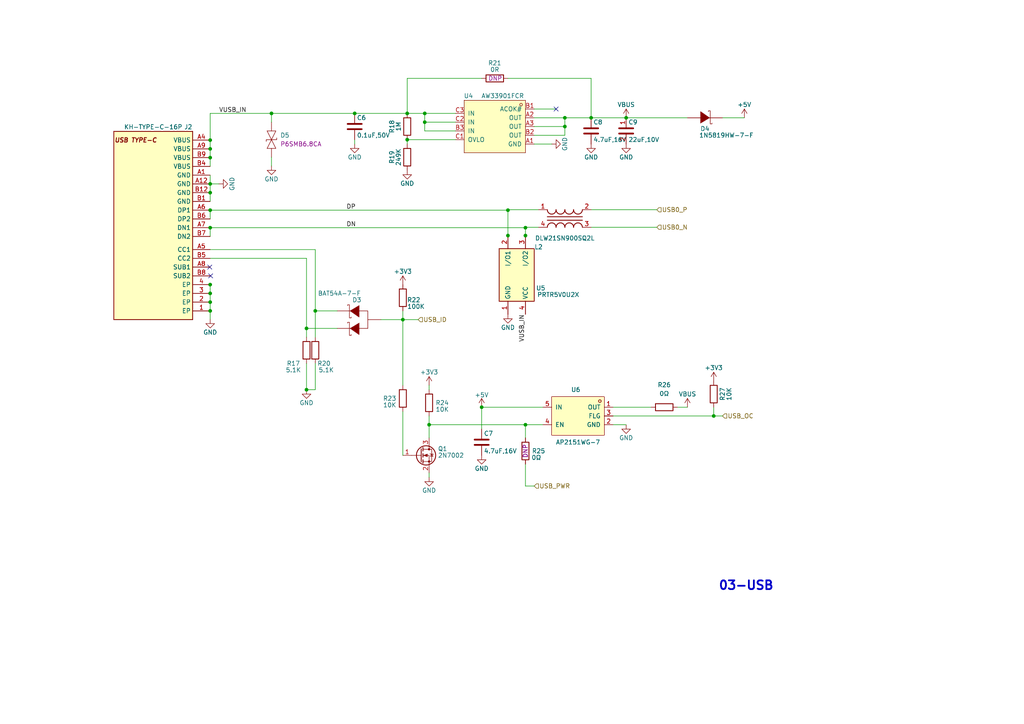
<source format=kicad_sch>
(kicad_sch (version 20230121) (generator eeschema)
  (paper "A4")
  (lib_symbols
    (symbol "00_HPM_power:+3V3" (power) (pin_names (offset 0))
      (property "Value" "+3V3" (at 0 3.81 0))
      (symbol "+3V3_0_1"
        (polyline (pts (xy -0.762 1.27) (xy 0 2.54)))
        (polyline (pts (xy 0 0) (xy 0 2.54)))
        (polyline (pts (xy 0 2.54) (xy 0.762 1.27)))
      )
      (symbol "+3V3_1_1"
        (pin power_in line (at 0 0 90) (length 0) hide (name "+3V3") (number "1"))
      )
    )
    (symbol "00_HPM_power:+5V" (power) (pin_names (offset 0))
      (property "Value" "+5V" (at 0 3.556 0))
      (symbol "+5V_0_1"
        (polyline (pts (xy -0.762 1.27) (xy 0 2.54)))
        (polyline (pts (xy 0 0) (xy 0 2.54)))
        (polyline (pts (xy 0 2.54) (xy 0.762 1.27)))
      )
      (symbol "+5V_1_1"
        (pin power_in line (at 0 0 90) (length 0) hide (name "+5V") (number "1"))
      )
    )
    (symbol "00_HPM_power:GND" (power)
      (property "Value" "GND" (at 1.27 -6.35 0))
      (symbol "GND_0_0"
        (pin power_in line (at 0 0 0) (length 0) hide (name "GND") (number ""))
      )
      (symbol "GND_0_1"
        (polyline (pts (xy 0 0) (xy 0 -1.27) (xy 1.27 -1.27) (xy 0 -2.54) (xy -1.27 -1.27) (xy 0 -1.27)))
      )
    )
    (symbol "00_HPM_power:VBUS" (power) (pin_names (offset 0))
      (property "Value" "VBUS" (at 0 3.81 0))
      (symbol "VBUS_0_1"
        (polyline (pts (xy -0.762 1.27) (xy 0 2.54)))
        (polyline (pts (xy 0 0) (xy 0 2.54)))
        (polyline (pts (xy 0 2.54) (xy 0.762 1.27)))
      )
      (symbol "VBUS_1_1"
        (pin power_in line (at 0 0 90) (length 0) hide (name "VBUS") (number "1"))
      )
    )
    (symbol "02_HPM_Resistor:0Ω_0805" (pin_numbers hide) (pin_names (offset 0))
      (property "Reference" "R" (at 0 5.08 0))
      (property "Value" "0Ω" (at 1.27 7.62 0))
      (symbol "0Ω_0805_0_1"
        (rectangle (start 2.54 -1.016) (end -2.54 1.016) (stroke (width 0.254)))
      )
      (symbol "0Ω_0805_1_1"
        (pin passive line (at -3.81 0 0) (length 1.27) (name "~") (number "1"))
        (pin passive line (at 3.81 0 180) (length 1.27) (name "~") (number "2"))
      )
    )
    (symbol "02_HPM_Resistor:100K_0402" (pin_numbers hide) (pin_names (offset 0))
      (property "Reference" "R" (at 0 3.81 0))
      (property "Value" "100K" (at 0 6.35 0))
      (symbol "100K_0402_0_1"
        (rectangle (start 2.54 -1.016) (end -2.54 1.016) (stroke (width 0.254)))
      )
      (symbol "100K_0402_1_1"
        (pin passive line (at -3.81 0 0) (length 1.27) (name "~") (number "1"))
        (pin passive line (at 3.81 0 180) (length 1.27) (name "~") (number "2"))
      )
    )
    (symbol "02_HPM_Resistor:10K_0402" (pin_numbers hide) (pin_names (offset 0))
      (property "Reference" "R" (at 0 3.81 0))
      (property "Value" "10K" (at 0 6.35 0))
      (symbol "10K_0402_0_1"
        (rectangle (start 2.54 -1.016) (end -2.54 1.016) (stroke (width 0.254)))
      )
      (symbol "10K_0402_1_1"
        (pin passive line (at -3.81 0 0) (length 1.27) (name "~") (number "1"))
        (pin passive line (at 3.81 0 180) (length 1.27) (name "~") (number "2"))
      )
    )
    (symbol "02_HPM_Resistor:5.1K_0402" (pin_numbers hide) (pin_names (offset 0))
      (property "Reference" "R" (at 0 3.81 0))
      (property "Value" "5.1K" (at 0 7.62 0))
      (symbol "5.1K_0402_0_1"
        (rectangle (start 2.54 -1.016) (end -2.54 1.016) (stroke (width 0.254)))
      )
      (symbol "5.1K_0402_1_1"
        (pin passive line (at -3.81 0 0) (length 1.27) (name "~") (number "1"))
        (pin passive line (at 3.81 0 180) (length 1.27) (name "~") (number "2"))
      )
    )
    (symbol "03_HPM_Capacitance:0.1uF,50V_0402" (pin_numbers hide) (pin_names (offset 0.254))
      (property "Reference" "C" (at 0 10.16 0))
      (property "Value" "0.1uF,50V" (at -3.81 12.7 0))
      (symbol "0.1uF,50V_0402_0_1"
        (polyline (pts (xy -2.032 -0.762) (xy 2.032 -0.762)) (stroke (width 0.508)))
        (polyline (pts (xy -2.032 0.762) (xy 2.032 0.762)) (stroke (width 0.508)))
      )
      (symbol "0.1uF,50V_0402_1_1"
        (pin passive line (at 0 3.81 270) (length 2.794) (name "~") (number "1"))
        (pin passive line (at 0 -3.81 90) (length 2.794) (name "~") (number "2"))
      )
    )
    (symbol "03_HPM_Capacitance:22uF,10V_0805"
      (property "Reference" "C" (at 0 8.89 0))
      (property "Value" "22uF,10V" (at 0 13.97 0))
      (symbol "22uF,10V_0805_0_1"
        (polyline (pts (xy -2.032 -0.762) (xy 2.032 -0.762)) (stroke (width 0.508)))
        (polyline (pts (xy -2.032 0.762) (xy 2.032 0.762)) (stroke (width 0.508)))
      )
      (symbol "22uF,10V_0805_1_1"
        (pin passive line (at 0 3.81 270) (length 2.794) (name "~") (number "1"))
        (pin passive line (at 0 -3.81 90) (length 2.794) (name "~") (number "2"))
      )
    )
    (symbol "03_HPM_Capacitance:4.7uF,10V_0402" (pin_numbers hide) (pin_names (offset 0.254))
      (property "Reference" "C" (at 0.635 2.54 0))
      (property "Value" "4.7uF,10V" (at 0.635 -2.54 0))
      (symbol "4.7uF,10V_0402_0_1"
        (polyline (pts (xy -2.032 -0.762) (xy 2.032 -0.762)) (stroke (width 0.508)))
        (polyline (pts (xy -2.032 0.762) (xy 2.032 0.762)) (stroke (width 0.508)))
      )
      (symbol "4.7uF,10V_0402_1_1"
        (pin passive line (at 0 3.81 270) (length 2.794) (name "~") (number "1"))
        (pin passive line (at 0 -3.81 90) (length 2.794) (name "~") (number "2"))
      )
    )
    (symbol "04_HPM_Diode: 1N5819HW-7-F" (pin_numbers hide) (pin_names (offset 1.016) hide)
      (property "Reference" "D" (at 0 5.08 0))
      (property "Value" " 1N5819HW-7-F" (at -1.27 7.62 0))
      (symbol " 1N5819HW-7-F_1_1"
        (polyline (pts (xy 1.27 1.524) (xy -1.27 0) (xy -1.27 0) (xy 1.27 -1.778) (xy 1.27 -1.778) (xy 1.27 1.524)) (fill (type color) (color 132 0 0 1)))
        (polyline (pts (xy -2.032 1.524) (xy -2.032 1.778) (xy -2.032 1.778) (xy -1.524 1.778) (xy -1.524 1.778) (xy -1.524 -2.032) (xy -1.524 -2.032) (xy -1.016 -2.032) (xy -1.016 -2.032) (xy -1.016 -1.778)))
        (pin input line (at -5.08 0 0) (length 3.81) (name "K") (number "1"))
        (pin input line (at 5.08 0 180) (length 3.81) (name "A") (number "2"))
      )
    )
    (symbol "04_HPM_Diode:2N7002" (pin_names hide)
      (property "Reference" "Q" (at 5.08 1.905 0))
      (property "Value" "2N7002" (at 5.08 0 0))
      (symbol "2N7002_0_1"
        (polyline (pts (xy 0.254 0) (xy -2.54 0)))
        (polyline (pts (xy 0.254 1.905) (xy 0.254 -1.905)) (stroke (width 0.254)))
        (polyline (pts (xy 0.762 -1.27) (xy 0.762 -2.286)) (stroke (width 0.254)))
        (polyline (pts (xy 0.762 0.508) (xy 0.762 -0.508)) (stroke (width 0.254)))
        (polyline (pts (xy 0.762 2.286) (xy 0.762 1.27)) (stroke (width 0.254)))
        (polyline (pts (xy 2.54 2.54) (xy 2.54 1.778)))
        (polyline (pts (xy 2.54 -2.54) (xy 2.54 0) (xy 0.762 0)))
        (polyline (pts (xy 0.762 -1.778) (xy 3.302 -1.778) (xy 3.302 1.778) (xy 0.762 1.778)))
        (polyline (pts (xy 1.016 0) (xy 2.032 0.381) (xy 2.032 -0.381) (xy 1.016 0)) (fill (type outline)))
        (polyline (pts (xy 2.794 0.508) (xy 2.921 0.381) (xy 3.683 0.381) (xy 3.81 0.254)))
        (polyline (pts (xy 3.302 0.381) (xy 2.921 -0.254) (xy 3.683 -0.254) (xy 3.302 0.381)))
        (circle (center 1.651 0) (radius 2.794) (stroke (width 0.254)))
        (circle (center 2.54 -1.778) (radius 0.254) (fill (type outline)))
        (circle (center 2.54 1.778) (radius 0.254) (fill (type outline)))
      )
      (symbol "2N7002_1_1"
        (pin input line (at -5.08 0 0) (length 2.54) (name "G") (number "1"))
        (pin passive line (at 2.54 -5.08 90) (length 2.54) (name "S") (number "2"))
        (pin passive line (at 2.54 5.08 270) (length 2.54) (name "D") (number "3"))
      )
    )
    (symbol "04_HPM_Diode:BAT54A-7-F" (pin_numbers hide) (pin_names (offset 1.016) hide)
      (property "Reference" "D" (at -3.81 7.62 0))
      (property "Value" "BAT54A-7-F" (at 7.62 5.08 0))
      (symbol "BAT54A-7-F_1_1"
        (polyline (pts (xy -0.635 -1.905) (xy 3.175 -1.905)) (stroke (width 0.1524)))
        (polyline (pts (xy -0.635 3.175) (xy 3.175 3.175) (xy 3.175 -1.905)) (stroke (width 0.1524)))
        (polyline (pts (xy 0.635 -0.381) (xy -1.905 -1.905) (xy 0.635 -3.683) (xy 0.635 -0.381)) (stroke (width 0.1524)) (fill (type outline)))
        (polyline (pts (xy 0.635 4.699) (xy -1.905 3.175) (xy 0.635 1.397) (xy 0.635 4.699)) (stroke (width 0.1524)) (fill (type outline)))
        (polyline (pts (xy -2.667 -0.381) (xy -2.667 -0.127) (xy -2.159 -0.127) (xy -2.159 -3.937) (xy -1.651 -3.937) (xy -1.651 -3.683)) (stroke (width 0.1524)))
        (polyline (pts (xy -2.667 4.699) (xy -2.667 4.953) (xy -2.159 4.953) (xy -2.159 1.143) (xy -1.651 1.143) (xy -1.651 1.397)) (stroke (width 0.1524)))
        (pin input line (at -5.715 3.175 0) (length 3.81) (name "A") (number "1"))
        (pin input line (at -5.715 -1.905 0) (length 3.81) (name "A") (number "2"))
        (pin input line (at 6.985 0.635 180) (length 3.81) (name "K") (number "3"))
      )
    )
    (symbol "04_HPM_Diode:P6SMB6.8CA" (pin_numbers hide) (pin_names (offset 1.016) hide)
      (property "Reference" "D" (at 0 4.064 0))
      (property "Value" "P6SMB6.8CA" (at 0 9.144 0))
      (symbol "P6SMB6.8CA_1_1"
        (polyline (pts (xy -2.54 1.27) (xy 0 0) (xy -2.54 -1.27) (xy -2.54 1.27)) (stroke (width 0.1524)))
        (polyline (pts (xy 2.54 1.27) (xy 0 0) (xy 2.54 -1.27) (xy 2.54 1.27)) (stroke (width 0.1524)))
        (polyline (pts (xy -0.508 1.524) (xy -0.508 1.524) (xy 0 1.524) (xy 0 -1.524) (xy 0.508 -1.524) (xy 0.508 -1.524)) (stroke (width 0.1524)))
        (pin input line (at -5.08 0 0) (length 2.54) (name "1") (number "1"))
        (pin input line (at 5.08 0 180) (length 2.54) (name "2") (number "2"))
      )
    )
    (symbol "04_HPM_Diode:PRTR5V0U2X"
      (property "Reference" "U" (at 11.43 -6.35 0))
      (property "Value" "PRTR5V0U2X" (at 10.16 -29.21 0))
      (symbol "PRTR5V0U2X_1_0"
        (rectangle (start 2.54 -7.62) (end 12.7 -22.86) (stroke (width 0.254)) (fill (type background)))
        (pin passive line (at 5.08 -26.67 90) (length 3.81) (name "GND") (number "1"))
        (pin passive line (at 5.08 -3.81 270) (length 3.81) (name "I/O1") (number "2"))
        (pin passive line (at 10.16 -3.81 270) (length 3.81) (name "I/O2") (number "3"))
        (pin passive line (at 10.16 -26.67 90) (length 3.81) (name "VCC") (number "4"))
      )
    )
    (symbol "05_HPM_Connector_Other:USB_Type-C"
      (property "Reference" "J" (at 21.59 1.27 0))
      (property "Value" "USB_Type-C" (at 11.43 1.27 0))
      (symbol "USB_Type-C_1_0"
        (rectangle (start 0 0) (end 22.86 -54.61) (stroke (width 0.254)) (fill (type background)))
        (pin passive line (at 27.94 -52.07 180) (length 5.08) (name "EP") (number "1"))
        (pin passive line (at 27.94 -49.53 180) (length 5.08) (name "EP") (number "2"))
        (pin passive line (at 27.94 -46.99 180) (length 5.08) (name "EP") (number "3"))
        (pin passive line (at 27.94 -44.45 180) (length 5.08) (name "EP") (number "4"))
        (pin passive line (at 27.94 -12.7 180) (length 5.08) (name "GND") (number "A1"))
        (pin passive line (at 27.94 -15.24 180) (length 5.08) (name "GND") (number "A12"))
        (pin passive line (at 27.94 -2.54 180) (length 5.08) (name "VBUS") (number "A4"))
        (pin passive line (at 27.94 -34.29 180) (length 5.08) (name "CC1") (number "A5"))
        (pin passive line (at 27.94 -22.86 180) (length 5.08) (name "DP1") (number "A6"))
        (pin passive line (at 27.94 -27.94 180) (length 5.08) (name "DN1") (number "A7"))
        (pin passive line (at 27.94 -39.37 180) (length 5.08) (name "SUB1") (number "A8"))
        (pin passive line (at 27.94 -5.08 180) (length 5.08) (name "VBUS") (number "A9"))
        (pin passive line (at 27.94 -20.32 180) (length 5.08) (name "GND") (number "B1"))
        (pin passive line (at 27.94 -17.78 180) (length 5.08) (name "GND") (number "B12"))
        (pin passive line (at 27.94 -10.16 180) (length 5.08) (name "VBUS") (number "B4"))
        (pin passive line (at 27.94 -36.83 180) (length 5.08) (name "CC2") (number "B5"))
        (pin passive line (at 27.94 -25.4 180) (length 5.08) (name "DP2") (number "B6"))
        (pin passive line (at 27.94 -30.48 180) (length 5.08) (name "DN2") (number "B7"))
        (pin passive line (at 27.94 -41.91 180) (length 5.08) (name "SUB2") (number "B8"))
        (pin passive line (at 27.94 -7.62 180) (length 5.08) (name "VBUS") (number "B9"))
      )
      (symbol "USB_Type-C_1_1"
        (text "USB TYPE-C" (at 6.35 -2.54 0) (effects (font (size 1.27 1.27) bold italic)))
      )
    )
    (symbol "06_HPM_Function_IC:AW33901FCR" (pin_names (offset 1.016))
      (property "Reference" "U" (at -7.62 8.89 0))
      (property "Value" "AW33901FCR" (at 0 8.89 0))
      (symbol "AW33901FCR_1_1"
        (rectangle (start -8.89 7.62) (end 8.89 -7.62) (fill (type background)))
        (circle (center 7.62 6.35) (radius 0.381))
        (pin input line (at 11.43 -5.08 180) (length 2.54) (name "GND") (number "A1"))
        (pin input line (at 11.43 2.54 180) (length 2.54) (name "OUT") (number "A2"))
        (pin input line (at 11.43 0 180) (length 2.54) (name "OUT") (number "A3"))
        (pin input line (at 11.43 5.08 180) (length 2.54) (name "ACOK#") (number "B1"))
        (pin input line (at 11.43 -2.54 180) (length 2.54) (name "OUT") (number "B2"))
        (pin input line (at -11.43 -1.27 0) (length 2.54) (name "IN") (number "B3"))
        (pin input line (at -11.43 -3.81 0) (length 2.54) (name "OVLO") (number "C1"))
        (pin input line (at -11.43 1.27 0) (length 2.54) (name "IN") (number "C2"))
        (pin input line (at -11.43 3.81 0) (length 2.54) (name "IN") (number "C3"))
      )
    )
    (symbol "07_HPM_Inductance:DLW21SN900SQ2L"
      (property "Reference" "L" (at 8.89 -1.27 0))
      (property "Value" "DLW21SN900SQ2L" (at 8.89 -9.525 0))
      (symbol "DLW21SN900SQ2L_1_0"
        (polyline (pts (xy 3.81 -5.588) (xy 13.97 -5.588)) (stroke (width 0.254)))
        (polyline (pts (xy 3.81 -4.572) (xy 13.97 -4.572)) (stroke (width 0.254)))
        (arc (start 3.81 -2.54) (mid 5.08 -3.8045) (end 6.35 -2.54) (stroke (width 0.254)))
        (arc (start 6.35 -7.62) (mid 5.08 -6.3555) (end 3.81 -7.62) (stroke (width 0.254)))
        (arc (start 6.35 -2.54) (mid 7.62 -3.8045) (end 8.89 -2.54) (stroke (width 0.254)))
        (arc (start 8.89 -7.62) (mid 7.62 -6.3555) (end 6.35 -7.62) (stroke (width 0.254)))
        (arc (start 8.89 -2.54) (mid 10.16 -3.8045) (end 11.43 -2.54) (stroke (width 0.254)))
        (arc (start 11.43 -7.62) (mid 10.16 -6.3555) (end 8.89 -7.62) (stroke (width 0.254)))
        (arc (start 11.43 -2.54) (mid 12.7 -3.8045) (end 13.97 -2.54) (stroke (width 0.254)))
        (arc (start 13.97 -7.62) (mid 12.7 -6.3555) (end 11.43 -7.62) (stroke (width 0.254)))
        (pin passive line (at 1.27 -7.62 0) (length 2.54) (name "") (number "1"))
        (pin passive line (at 16.51 -7.62 180) (length 2.54) (name "") (number "2"))
        (pin passive line (at 16.51 -2.54 180) (length 2.54) (name "") (number "3"))
        (pin passive line (at 1.27 -2.54 0) (length 2.54) (name "") (number "4"))
      )
    )
    (symbol "08_HPM_Power_IC:AP2151WG-7" (pin_names (offset 1.016))
      (property "Reference" "U" (at -6.35 6.35 0))
      (property "Value" "AP2151WG-7" (at 0 -7.62 0))
      (symbol "AP2151WG-7_1_1"
        (rectangle (start -7.62 -5.588) (end 7.62 5.588) (fill (type background)))
        (circle (center -6.35 4.318) (radius 0.381))
        (circle (center -6.35 4.318) (radius 0.381))
        (pin input line (at -10.16 2.54 0) (length 2.54) (name "OUT") (number "1"))
        (pin input line (at -10.16 -2.54 0) (length 2.54) (name "GND") (number "2"))
        (pin input line (at -10.16 0 0) (length 2.54) (name "FLG") (number "3"))
        (pin input line (at 10.16 -2.54 180) (length 2.54) (name "EN") (number "4"))
        (pin input line (at 10.16 2.54 180) (length 2.54) (name "IN") (number "5"))
      )
    )
  )
  (junction (at 60.96 45.72))
  (junction (at 171.45 34.163))
  (junction (at 181.61 34.163))
  (junction (at 123.19 32.893))
  (junction (at 163.83 36.703))
  (junction (at 152.4 66.04))
  (junction (at 147.32 68.326))
  (junction (at 60.96 90.17))
  (junction (at 60.96 43.18))
  (junction (at 60.96 87.63))
  (junction (at 123.19 35.433))
  (junction (at 124.46 123.19))
  (junction (at 147.32 60.96))
  (junction (at 78.74 32.893))
  (junction (at 163.83 34.163))
  (junction (at 152.4 123.19))
  (junction (at 60.96 53.34))
  (junction (at 88.9 95.25))
  (junction (at 102.87 32.893))
  (junction (at 118.11 32.893))
  (junction (at 207.01 120.65))
  (junction (at 60.96 66.04))
  (junction (at 60.96 60.96))
  (junction (at 91.44 90.17))
  (junction (at 139.7 118.11))
  (junction (at 88.9 113.03))
  (junction (at 118.11 40.513))
  (junction (at 60.96 85.09))
  (junction (at 60.96 82.55))
  (junction (at 60.96 40.64))
  (junction (at 116.84 92.71))
  (junction (at 152.4 68.326))
  (junction (at 60.96 55.88))
  (no_connect (at 161.29 31.623))
  (no_connect (at 61.087 80.01))
  (no_connect (at 60.833 77.47))
  (wire (pts (xy 124.46 123.19) (xy 152.4 123.19)))
  (wire (pts (xy 152.4 65.913) (xy 156.21 65.913)))
  (wire (pts (xy 152.4 66.04) (xy 152.4 68.326)))
  (wire (pts (xy 207.01 120.65) (xy 209.55 120.65)))
  (wire (pts (xy 60.96 40.64) (xy 60.96 43.18)))
  (wire (pts (xy 152.4 65.913) (xy 152.4 66.04)))
  (wire (pts (xy 60.96 60.96) (xy 60.96 63.5)))
  (wire (pts (xy 163.83 39.243) (xy 163.83 36.703)))
  (wire (pts (xy 60.96 87.63) (xy 60.96 90.17)))
  (wire (pts (xy 60.96 85.09) (xy 60.96 87.63)))
  (wire (pts (xy 163.83 34.163) (xy 171.45 34.163)))
  (wire (pts (xy 132.08 37.973) (xy 123.19 37.973)))
  (wire (pts (xy 209.55 34.163) (xy 215.9 34.163)))
  (wire (pts (xy 154.94 140.97) (xy 152.4 140.97)))
  (wire (pts (xy 154.94 34.163) (xy 163.83 34.163)))
  (wire (pts (xy 154.94 41.783) (xy 160.02 41.783)))
  (wire (pts (xy 181.61 123.19) (xy 177.8 123.19)))
  (wire (pts (xy 118.11 41.783) (xy 118.11 40.513)))
  (wire (pts (xy 124.46 123.19) (xy 124.46 127)))
  (wire (pts (xy 102.87 32.893) (xy 118.11 32.893)))
  (wire (pts (xy 91.44 105.41) (xy 91.44 113.03)))
  (wire (pts (xy 171.45 22.733) (xy 171.45 34.163)))
  (wire (pts (xy 63.5 53.34) (xy 60.96 53.34)))
  (wire (pts (xy 60.96 82.423) (xy 60.96 82.55)))
  (wire (pts (xy 124.46 138.43) (xy 124.46 137.16)))
  (wire (pts (xy 123.19 35.433) (xy 123.19 32.893)))
  (wire (pts (xy 60.96 92.583) (xy 60.96 90.17)))
  (wire (pts (xy 147.32 68.326) (xy 147.32 68.453)))
  (wire (pts (xy 154.94 36.703) (xy 163.83 36.703)))
  (wire (pts (xy 124.46 120.65) (xy 124.46 123.19)))
  (wire (pts (xy 60.96 74.93) (xy 88.9 74.93)))
  (wire (pts (xy 60.96 43.18) (xy 60.96 45.72)))
  (wire (pts (xy 163.83 36.703) (xy 163.83 34.163)))
  (wire (pts (xy 116.84 119.38) (xy 116.84 132.08)))
  (wire (pts (xy 118.11 40.513) (xy 132.08 40.513)))
  (wire (pts (xy 102.87 41.783) (xy 102.87 40.513)))
  (wire (pts (xy 60.96 72.39) (xy 91.44 72.39)))
  (wire (pts (xy 78.74 32.893) (xy 78.74 35.433)))
  (wire (pts (xy 60.96 66.04) (xy 152.4 66.04)))
  (wire (pts (xy 124.46 111.76) (xy 124.46 113.03)))
  (wire (pts (xy 60.96 55.88) (xy 60.96 58.42)))
  (wire (pts (xy 152.4 68.326) (xy 152.4 68.453)))
  (wire (pts (xy 118.11 32.893) (xy 123.19 32.893)))
  (wire (pts (xy 118.11 22.733) (xy 118.11 32.893)))
  (wire (pts (xy 123.19 35.433) (xy 132.08 35.433)))
  (wire (pts (xy 116.84 92.71) (xy 116.84 111.76)))
  (wire (pts (xy 91.44 90.17) (xy 91.44 97.79)))
  (wire (pts (xy 60.96 32.893) (xy 60.96 40.64)))
  (wire (pts (xy 147.32 60.96) (xy 147.32 68.326)))
  (wire (pts (xy 88.9 95.25) (xy 88.9 97.79)))
  (wire (pts (xy 91.44 72.39) (xy 91.44 90.17)))
  (wire (pts (xy 78.74 45.593) (xy 78.74 48.133)))
  (wire (pts (xy 199.39 118.11) (xy 196.469 118.11)))
  (wire (pts (xy 91.44 113.03) (xy 88.9 113.03)))
  (wire (pts (xy 157.48 123.19) (xy 152.4 123.19)))
  (wire (pts (xy 207.01 118.11) (xy 207.01 120.65)))
  (wire (pts (xy 171.45 60.833) (xy 190.5 60.833)))
  (wire (pts (xy 152.4 134.62) (xy 152.4 140.97)))
  (wire (pts (xy 177.8 118.11) (xy 188.849 118.11)))
  (wire (pts (xy 60.96 53.34) (xy 60.96 55.88)))
  (wire (pts (xy 60.96 60.96) (xy 147.32 60.96)))
  (wire (pts (xy 147.32 60.833) (xy 156.21 60.833)))
  (wire (pts (xy 177.8 120.65) (xy 207.01 120.65)))
  (wire (pts (xy 147.32 22.733) (xy 171.45 22.733)))
  (wire (pts (xy 110.49 92.71) (xy 116.84 92.71)))
  (wire (pts (xy 88.9 74.93) (xy 88.9 95.25)))
  (wire (pts (xy 147.32 60.96) (xy 147.32 60.833)))
  (wire (pts (xy 60.96 66.04) (xy 60.96 68.58)))
  (wire (pts (xy 78.74 32.893) (xy 102.87 32.893)))
  (wire (pts (xy 116.84 90.17) (xy 116.84 92.71)))
  (wire (pts (xy 88.9 95.25) (xy 97.79 95.25)))
  (wire (pts (xy 139.7 118.11) (xy 157.48 118.11)))
  (wire (pts (xy 60.96 32.893) (xy 78.74 32.893)))
  (wire (pts (xy 152.4 123.19) (xy 152.4 127)))
  (wire (pts (xy 123.19 37.973) (xy 123.19 35.433)))
  (wire (pts (xy 154.94 31.623) (xy 161.29 31.623)))
  (wire (pts (xy 139.7 118.11) (xy 139.7 124.46)))
  (wire (pts (xy 88.9 105.41) (xy 88.9 113.03)))
  (wire (pts (xy 139.7 22.733) (xy 118.11 22.733)))
  (wire (pts (xy 91.44 90.17) (xy 97.79 90.17)))
  (wire (pts (xy 171.45 34.163) (xy 181.61 34.163)))
  (wire (pts (xy 60.96 82.55) (xy 60.96 85.09)))
  (wire (pts (xy 60.96 50.8) (xy 60.96 53.34)))
  (wire (pts (xy 60.96 45.72) (xy 60.96 48.26)))
  (wire (pts (xy 171.45 65.913) (xy 190.5 65.913)))
  (wire (pts (xy 123.19 32.893) (xy 132.08 32.893)))
  (wire (pts (xy 181.61 34.163) (xy 199.39 34.163)))
  (wire (pts (xy 116.84 92.71) (xy 121.285 92.71)))
  (wire (pts (xy 154.94 39.243) (xy 163.83 39.243)))
  (text "03-USB" (at 208.28 171.45 0) (effects (font (size 2.54 2.54) (thickness 0.508) bold) (justify left bottom)))
  (label "VUSB_IN" (at 63.5 32.893 0))
  (label "DN" (at 100.457 66.04 0))
  (label "VUSB_IN" (at 152.4 91.186 270))
  (label "DP" (at 100.457 60.96 0))
  (hierarchical_label "USB_ID" (shape input) (at 121.285 92.71 0))
  (hierarchical_label "USB0_N" (shape input) (at 190.5 65.913 0))
  (hierarchical_label "USB0_P" (shape input) (at 190.5 60.833 0))
  (hierarchical_label "USB_PWR" (shape input) (at 154.94 140.97 0))
  (hierarchical_label "USB_OC" (shape input) (at 209.55 120.65 0))
  (symbol (lib_id "02_HPM_Resistor:10K_0402") (at 118.11 45.593 90) (unit 1)
    (property "Reference" "R19" (at 113.665 45.593 0))
    (property "Value" "249K" (at 115.57 45.593 0))
    (property "Footprint" "02_HPM_Resistor:R_0402_1005Metric" (effects hide))
    (property "Model" "0402WGF1002TCE" (effects hide))
    (property "Company" "UNI-ROYAL(厚声)" (effects hide))
    (instances (project "HPM62_63_144_ADC_EVK_RevB" (path "" (reference "R19") (unit 1))) (project "Four_Servo_HPM6280_MB" (path "" (reference "R20") (unit 1))))
  )
  (symbol (lib_id "00_HPM_power:+5V") (at 139.7 118.11 0) (unit 1)
    (property "Reference" "#PWR033" (effects hide))
    (property "Value" "+5V" (at 139.7 114.554 0))
    (instances (project "HPM62_63_144_ADC_EVK_RevB" (path "" (reference "#PWR033") (unit 1))) (project "Four_Servo_HPM6280_MB" (path "" (reference "#PWR046") (unit 1))))
  )
  (symbol (lib_id "00_HPM_power:GND") (at 118.11 49.403 0) (unit 1)
    (property "Reference" "#PWR0280" (effects hide))
    (property "Value" "GND" (at 118.11 53.213 0))
    (instances (project "HPM62_63_144_ADC_EVK_RevB" (path "" (reference "#PWR0280") (unit 1)) (path "" (reference "#PWR028") (unit 1))))
  )
  (symbol (lib_id "00_HPM_power:GND") (at 139.7 132.08 0) (unit 1)
    (property "Reference" "#PWR0280" (effects hide))
    (property "Value" "GND" (at 139.7 135.89 0))
    (instances (project "HPM62_63_144_ADC_EVK_RevB" (path "" (reference "#PWR0280") (unit 1)) (path "" (reference "#PWR034") (unit 1))))
  )
  (symbol (lib_id "02_HPM_Resistor:10K_0402") (at 152.4 130.81 90) (unit 1)
    (property "Reference" "R25" (at 156.21 130.81 90))
    (property "Value" "0Ω" (at 155.575 132.715 90))
    (property "Footprint" "02_HPM_Resistor:R_0402_1005Metric" (effects hide))
    (property "DNP" "DNP" (at 152.4 130.81 0))
    (property "Model" "0402WGF1002TCE" (effects hide))
    (property "Company" "UNI-ROYAL(厚声)" (effects hide))
    (instances (project "HPM62_63_144_ADC_EVK_RevB" (path "" (reference "R25") (unit 1))) (project "Four_Servo_HPM6280_MB" (path "" (reference "R26") (unit 1))))
  )
  (symbol (lib_id "00_HPM_power:GND") (at 181.61 123.19 0) (unit 1)
    (property "Reference" "#PWR0280" (effects hide))
    (property "Value" "GND" (at 181.61 127 0))
    (instances (project "HPM62_63_144_ADC_EVK_RevB" (path "" (reference "#PWR0280") (unit 1)) (path "" (reference "#PWR039") (unit 1))))
  )
  (symbol (lib_id "04_HPM_Diode:2N7002") (at 121.92 132.08 0) (unit 1)
    (property "Reference" "Q1" (at 127 130.175 0) (effects (justify left)))
    (property "Value" "2N7002" (at 127 132.08 0) (effects (justify left)))
    (property "Footprint" "06_HPM_SOT:SOT-23" (effects hide))
    (property "Datasheet" "https://www.onsemi.com/pub/Collateral/NDS7002A-D.PDF" (effects hide))
    (property "Model" "2N7002" (effects hide))
    (property "Company" " CJ(江苏长电/长晶) " (effects hide))
    (instances (project "HPM62_63_144_ADC_EVK_RevB" (path "" (reference "Q1") (unit 1))) (project "Four_Servo_HPM6280_MB" (path "" (reference "Q2") (unit 1))))
  )
  (symbol (lib_id "03_HPM_Capacitance:4.7uF,10V_0402") (at 139.7 128.27 0) (unit 1)
    (property "Reference" "C7" (at 140.335 125.73 0) (effects (justify left)))
    (property "Value" "4.7uF,16V" (at 140.335 130.81 0) (effects (justify left)))
    (property "Footprint" "03_HPM_Capacitance:C_0402" (effects hide))
    (property "Model" " CL05A475MP5NRNC" (effects hide))
    (property "Company" " SAMSUNG(三星)" (effects hide))
    (instances (project "HPM62_63_144_ADC_EVK_RevB" (path "" (reference "C7") (unit 1))) (project "Four_Servo_HPM6280_MB" (path "" (reference "C27") (unit 1))))
  )
  (symbol (lib_id "00_HPM_power:GND") (at 171.45 41.783 0) (unit 1)
    (property "Reference" "#PWR0280" (effects hide))
    (property "Value" "GND" (at 171.45 45.593 0))
    (instances (project "HPM62_63_144_ADC_EVK_RevB" (path "" (reference "#PWR0280") (unit 1)) (path "" (reference "#PWR035") (unit 1))))
  )
  (symbol (lib_id "00_HPM_power:GND") (at 60.96 92.583 0) (unit 1)
    (property "Reference" "#PWR0280" (effects hide))
    (property "Value" "GND" (at 60.96 96.393 0))
    (instances (project "HPM62_63_144_ADC_EVK_RevB" (path "" (reference "#PWR0280") (unit 1)) (path "" (reference "#PWR024") (unit 1))))
  )
  (symbol (lib_id "04_HPM_Diode:P6SMB6.8CA") (at 78.74 40.513 90) (unit 1)
    (property "Reference" "D5" (at 81.28 39.243 90) (effects (justify right)))
    (property "Value" "SMB/DO-214AA_P6SMB6.8CA" (effects hide))
    (property "Footprint" "04_HPM_Diode:SMB_(DO-214AA)" (effects hide))
    (property "Datasheet" "http://www.szlcsc.com/product/details_79530.html" (effects hide))
    (property "description" "TVS" (effects hide))
    (property "ComponentLink1Description" "供应商链接" (effects hide))
    (property "Package" "SMB/DO-214AA" (effects hide))
    (property "Supplier" "LC" (effects hide))
    (property "SuppliersPartNumber" "C78395" (effects hide))
    (property "Comment" "P6SMB6.8CA" (at 81.28 41.783 90) (effects (justify right)))
    (property "Model" "P6SMB6.8CA/TR13" (effects hide))
    (property "Company" " Brightking(君耀电子) " (effects hide))
    (instances (project "HPM62_63_144_ADC_EVK_RevB" (path "" (reference "D5") (unit 1)) (path "" (reference "D5") (unit 1)) (path "" (reference "D6") (unit 1))))
  )
  (symbol (lib_id "07_HPM_Inductance:DLW21SN900SQ2L") (at 154.94 68.453 0) (mirror x) (unit 1)
    (property "Reference" "L2" (at 156.21 71.628 0))
    (property "Value" "DLW21SN900SQ2L" (at 163.83 69.088 0))
    (property "Footprint" "07_HPM_Inductance:L2012" (effects hide))
    (property "Model" "DLW21SN900SQ2L" (effects hide))
    (property "Company" "muRata(村田)" (effects hide))
    (instances (project "HPM62_63_144_ADC_EVK_RevB" (path "" (reference "L2") (unit 1))) (project "Four_Servo_HPM6280_MB" (path "" (reference "L3") (unit 1))))
  )
  (symbol (lib_id "06_HPM_Function_IC:AW33901FCR") (at 143.51 36.703 0) (unit 1)
    (property "Reference" "U4" (at 135.89 27.813 0))
    (property "Value" "AW33901FCR" (at 145.796 27.813 0))
    (property "Footprint" "06_HPM_LQFP:FCQFN-9" (effects hide))
    (property "SuppliersPartNumber" "C506184" (effects hide))
    (property "Model" "AW33901FCR" (effects hide))
    (property "Company" " AWINIC(艾为)" (effects hide))
    (instances (project "HPM62_63_144_ADC_EVK_RevB" (path "" (reference "U4") (unit 1))) (project "Four_Servo_HPM6280_MB" (path "" (reference "U7") (unit 1))))
  )
  (symbol (lib_id "03_HPM_Capacitance:0.1uF,50V_0402") (at 102.87 36.703 0) (unit 1)
    (property "Reference" "C6" (at 103.505 34.163 0) (effects (justify left)))
    (property "Value" "0.1uF,50V" (at 103.505 39.243 0) (effects (justify left)))
    (property "Footprint" "03_HPM_Capacitance:C_0402" (effects hide))
    (property "Model" "0402B104K500NT" (effects hide))
    (property "Company" "SAMSUNG(三星)" (effects hide))
    (instances (project "HPM62_63_144_ADC_EVK_RevB" (path "" (reference "C6") (unit 1))) (project "Four_Servo_HPM6280_MB" (path "" (reference "C26") (unit 1))))
  )
  (symbol (lib_id "00_HPM_power:+3V3") (at 207.01 110.49 0) (unit 1)
    (property "Reference" "#PWR049" (effects hide))
    (property "Value" "+3V3" (at 207.01 106.68 0))
    (instances (project "HPM62_63_144_ADC_EVK_RevB" (path "" (reference "#PWR049") (unit 1)) (path "" (reference "#PWR0115") (unit 1)) (path "" (reference "#PWR042") (unit 1))))
  )
  (symbol (lib_id "00_HPM_power:GND") (at 88.9 113.03 0) (unit 1)
    (property "Reference" "#PWR0280" (effects hide))
    (property "Value" "GND" (at 88.9 116.84 0))
    (instances (project "HPM62_63_144_ADC_EVK_RevB" (path "" (reference "#PWR0280") (unit 1)) (path "" (reference "#PWR027") (unit 1))))
  )
  (symbol (lib_id "02_HPM_Resistor:100K_0402") (at 116.84 86.36 90) (unit 1)
    (property "Reference" "R22" (at 120.015 86.995 90))
    (property "Value" "100K" (at 120.65 88.9 90))
    (property "Footprint" "02_HPM_Resistor:R_0402_1005Metric" (effects hide))
    (property "Model" "0402WGF1003TCE" (effects hide))
    (property "Company" "UNI-ROYAL(厚声)" (effects hide))
    (instances (project "HPM62_63_144_ADC_EVK_RevB" (path "" (reference "R22") (unit 1))) (project "Four_Servo_HPM6280_MB" (path "" (reference "R23") (unit 1))))
  )
  (symbol (lib_id "00_HPM_power:+3V3") (at 124.46 111.76 0) (unit 1)
    (property "Reference" "#PWR049" (effects hide))
    (property "Value" "+3V3" (at 124.46 107.95 0))
    (instances (project "HPM62_63_144_ADC_EVK_RevB" (path "" (reference "#PWR049") (unit 1)) (path "" (reference "#PWR0115") (unit 1)) (path "" (reference "#PWR030") (unit 1))))
  )
  (symbol (lib_id "04_HPM_Diode:PRTR5V0U2X") (at 142.24 64.516 0) (unit 1)
    (property "Reference" "U5" (at 156.845 83.566 0))
    (property "Value" "PRTR5V0U2X" (at 161.925 85.471 0))
    (property "Footprint" "06_HPM_SOT:SOT-143" (effects hide))
    (property "Model" "PRTR5V0U2X" (effects hide))
    (property "Company" "TECH PUBLIC(台舟)" (effects hide))
    (instances (project "HPM62_63_144_ADC_EVK_RevB" (path "" (reference "U5") (unit 1))) (project "Four_Servo_HPM6280_MB" (path "" (reference "U8") (unit 1))))
  )
  (symbol (lib_id "02_HPM_Resistor:5.1K_0402") (at 88.9 101.6 270) (unit 1)
    (property "Reference" "R17" (at 85.09 105.41 90))
    (property "Value" "5.1K" (at 85.09 107.315 90))
    (property "Footprint" "02_HPM_Resistor:R_0402_1005Metric" (effects hide))
    (property "Model" "0402WGF5101TCE" (effects hide))
    (property "Company" "UNI-ROYAL(厚声)" (effects hide))
    (instances (project "HPM62_63_144_ADC_EVK_RevB" (path "" (reference "R17") (unit 1))) (project "Four_Servo_HPM6280_MB" (path "" (reference "R18") (unit 1))))
  )
  (symbol (lib_id "00_HPM_power:+3V3") (at 116.84 82.55 0) (unit 1)
    (property "Reference" "#PWR049" (effects hide))
    (property "Value" "+3V3" (at 116.84 78.74 0))
    (instances (project "HPM62_63_144_ADC_EVK_RevB" (path "" (reference "#PWR049") (unit 1)) (path "" (reference "#PWR0115") (unit 1)) (path "" (reference "#PWR029") (unit 1))))
  )
  (symbol (lib_id "00_HPM_power:GND") (at 63.5 53.34 90) (unit 1)
    (property "Reference" "#PWR0280" (effects hide))
    (property "Value" "GND" (at 67.31 53.34 0))
    (instances (project "HPM62_63_144_ADC_EVK_RevB" (path "" (reference "#PWR0280") (unit 1)) (path "" (reference "#PWR025") (unit 1))))
  )
  (symbol (lib_id "02_HPM_Resistor:5.1K_0402") (at 91.44 101.6 270) (unit 1)
    (property "Reference" "R20" (at 93.98 105.41 90))
    (property "Value" "5.1K" (at 94.615 107.315 90))
    (property "Footprint" "02_HPM_Resistor:R_0402_1005Metric" (effects hide))
    (property "Model" "0402WGF5101TCE" (effects hide))
    (property "Company" "UNI-ROYAL(厚声)" (effects hide))
    (instances (project "HPM62_63_144_ADC_EVK_RevB" (path "" (reference "R20") (unit 1))) (project "Four_Servo_HPM6280_MB" (path "" (reference "R21") (unit 1))))
  )
  (symbol (lib_id "08_HPM_Power_IC:AP2151WG-7") (at 167.64 120.65 0) (mirror y) (unit 1)
    (property "Reference" "U6" (at 167.005 113.03 0))
    (property "Value" "AP2151WG-7" (at 167.64 128.27 0))
    (property "Footprint" "06_HPM_SOT:SOT-23-5" (effects hide))
    (property "SuppliersPartNumber" "C110464" (effects hide))
    (property "Model" "AP2151WG-7" (effects hide))
    (property "Company" "DIODES(美台)" (effects hide))
    (instances (project "HPM62_63_144_ADC_EVK_RevB" (path "" (reference "U6") (unit 1))) (project "Four_Servo_HPM6280_MB" (path "" (reference "U9") (unit 1))))
  )
  (symbol (lib_id "04_HPM_Diode: 1N5819HW-7-F") (at 204.47 34.163 180) (unit 1)
    (property "Reference" "D4" (at 204.47 37.338 0))
    (property "Value" " 1N5819HW-7-F" (at 210.185 39.243 0))
    (property "Footprint" "04_HPM_Diode:D_SOD-123" (effects hide))
    (property "SuppliersPartNumber" "C115726" (effects hide))
    (property "Model" "1N5819HW-7-F" (effects hide))
    (property "Company" "DIODES(美台)" (effects hide))
    (instances (project "HPM62_63_144_ADC_EVK_RevB" (path "" (reference "D4") (unit 1))) (project "Four_Servo_HPM6280_MB" (path "" (reference "D9") (unit 1))))
  )
  (symbol (lib_id "00_HPM_power:VBUS") (at 199.39 118.11 0) (unit 1)
    (property "Reference" "#PWR041" (effects hide))
    (property "Value" "VBUS" (at 199.39 114.3 0))
    (instances (project "HPM62_63_144_ADC_EVK_RevB" (path "" (reference "#PWR041") (unit 1))) (project "Four_Servo_HPM6280_MB" (path "" (reference "#PWR055") (unit 1))))
  )
  (symbol (lib_id "03_HPM_Capacitance:22uF,10V_0805") (at 181.61 37.973 0) (unit 1)
    (property "Reference" "C9" (at 182.245 35.433 0) (effects (justify left)))
    (property "Value" "22uF,10V" (at 182.245 40.513 0) (effects (justify left)))
    (property "Footprint" "03_HPM_Capacitance:C_0805_2012Metric" (effects hide))
    (property "Model" " CL21A226MPQNNNE" (effects hide))
    (property "Company" " SAMSUNG(三星) " (effects hide))
    (instances (project "HPM62_63_144_ADC_EVK_RevB" (path "" (reference "C9") (unit 1))) (project "Four_Servo_HPM6280_MB" (path "" (reference "C29") (unit 1))))
  )
  (symbol (lib_id "02_HPM_Resistor:10K_0402") (at 116.84 115.57 90) (unit 1)
    (property "Reference" "R23" (at 113.03 115.57 90))
    (property "Value" "10K" (at 113.03 117.475 90))
    (property "Footprint" "02_HPM_Resistor:R_0402_1005Metric" (effects hide))
    (property "Model" "0402WGF1002TCE" (effects hide))
    (property "Company" "UNI-ROYAL(厚声)" (effects hide))
    (instances (project "HPM62_63_144_ADC_EVK_RevB" (path "" (reference "R23") (unit 1))) (project "Four_Servo_HPM6280_MB" (path "" (reference "R24") (unit 1))))
  )
  (symbol (lib_id "00_HPM_power:GND") (at 181.61 41.783 0) (unit 1)
    (property "Reference" "#PWR0280" (effects hide))
    (property "Value" "GND" (at 181.61 45.593 0))
    (instances (project "HPM62_63_144_ADC_EVK_RevB" (path "" (reference "#PWR0280") (unit 1)) (path "" (reference "#PWR038") (unit 1))))
  )
  (symbol (lib_id "00_HPM_power:VBUS") (at 181.61 34.163 0) (unit 1)
    (property "Reference" "#PWR037" (effects hide))
    (property "Value" "VBUS" (at 181.61 30.353 0))
    (instances (project "HPM62_63_144_ADC_EVK_RevB" (path "" (reference "#PWR037") (unit 1))) (project "Four_Servo_HPM6280_MB" (path "" (reference "#PWR051") (unit 1))))
  )
  (symbol (lib_id "00_HPM_power:+5V") (at 215.9 34.163 0) (unit 1)
    (property "Reference" "#PWR040" (effects hide))
    (property "Value" "+5V" (at 215.9 30.353 0))
    (instances (project "HPM62_63_144_ADC_EVK_RevB" (path "" (reference "#PWR040") (unit 1))) (project "Four_Servo_HPM6280_MB" (path "" (reference "#PWR054") (unit 1))))
  )
  (symbol (lib_id "04_HPM_Diode:BAT54A-7-F") (at 103.505 93.345 0) (unit 1)
    (property "Reference" "D3" (at 103.505 86.995 0))
    (property "Value" "BAT54A-7-F" (at 98.425 85.09 0))
    (property "Footprint" "06_HPM_SOT:SOT-23" (effects hide))
    (property "SuppliersPartNumber" "C134401" (effects hide))
    (property "Model" "BAT54A-7-F" (effects hide))
    (property "Company" " DIODES(美台)" (effects hide))
    (instances (project "HPM62_63_144_ADC_EVK_RevB" (path "" (reference "D3") (unit 1))) (project "Four_Servo_HPM6280_MB" (path "" (reference "D8") (unit 1))))
  )
  (symbol (lib_id "00_HPM_power:GND") (at 160.02 41.783 90) (unit 1)
    (property "Reference" "#PWR0280" (effects hide))
    (property "Value" "GND" (at 163.83 41.783 0))
    (instances (project "HPM62_63_144_ADC_EVK_RevB" (path "" (reference "#PWR0280") (unit 1)) (path "" (reference "#PWR032") (unit 1))))
  )
  (symbol (lib_id "02_HPM_Resistor:10K_0402") (at 207.01 114.3 270) (unit 1)
    (property "Reference" "R27" (at 209.55 114.3 0))
    (property "Value" "10K" (at 211.455 114.3 0))
    (property "Footprint" "02_HPM_Resistor:R_0402_1005Metric" (effects hide))
    (property "Model" "0402WGF1002TCE" (effects hide))
    (property "Company" "UNI-ROYAL(厚声)" (effects hide))
    (instances (project "HPM62_63_144_ADC_EVK_RevB" (path "" (reference "R27") (unit 1))) (project "Four_Servo_HPM6280_MB" (path "" (reference "R28") (unit 1))))
  )
  (symbol (lib_id "02_HPM_Resistor:10K_0402") (at 143.51 22.733 180) (unit 1)
    (property "Reference" "R21" (at 143.51 18.288 0))
    (property "Value" "0R" (at 143.51 20.193 0))
    (property "Footprint" "02_HPM_Resistor:R_0805_2012Metric" (effects hide))
    (property "DNP" "DNP" (at 143.637 22.733 0))
    (property "Model" "0402WGF1002TCE" (effects hide))
    (property "Company" "UNI-ROYAL(厚声)" (effects hide))
    (instances (project "HPM62_63_144_ADC_EVK_RevB" (path "" (reference "R21") (unit 1))) (project "Four_Servo_HPM6280_MB" (path "" (reference "R22") (unit 1))))
  )
  (symbol (lib_id "00_HPM_power:GND") (at 147.32 91.186 0) (unit 1)
    (property "Reference" "#PWR0280" (effects hide))
    (property "Value" "GND" (at 147.32 94.996 0))
    (instances (project "HPM62_63_144_ADC_EVK_RevB" (path "" (reference "#PWR0280") (unit 1)) (path "" (reference "#PWR036") (unit 1))))
  )
  (symbol (lib_id "05_HPM_Connector_Other:USB_Type-C") (at 33.02 38.1 0) (unit 1)
    (property "Reference" "J2" (at 54.61 36.83 0))
    (property "Value" "KH-TYPE-C-16P" (at 44.45 36.83 0))
    (property "Footprint" "05_HPM_Connector_other:TYPE-C-16P" (effects hide))
    (property "Model" "KH-TYPE-C-16P" (effects hide))
    (property "Company" "kinghelm(金航标)" (effects hide))
  )
  (symbol (lib_id "00_HPM_power:GND") (at 78.74 48.133 0) (unit 1)
    (property "Reference" "#PWR0280" (effects hide))
    (property "Value" "GND" (at 78.74 51.943 0))
    (instances (project "HPM62_63_144_ADC_EVK_RevB" (path "" (reference "#PWR0280") (unit 1)) (path "" (reference "#PWR043") (unit 1))))
  )
  (symbol (lib_id "02_HPM_Resistor:10K_0402") (at 124.46 116.84 90) (unit 1)
    (property "Reference" "R24" (at 128.27 116.84 90))
    (property "Value" "10K" (at 128.27 118.745 90))
    (property "Footprint" "02_HPM_Resistor:R_0402_1005Metric" (effects hide))
    (property "Model" "0402WGF1002TCE" (effects hide))
    (property "Company" "UNI-ROYAL(厚声)" (effects hide))
    (instances (project "HPM62_63_144_ADC_EVK_RevB" (path "" (reference "R24") (unit 1))) (project "Four_Servo_HPM6280_MB" (path "" (reference "R25") (unit 1))))
  )
  (symbol (lib_id "02_HPM_Resistor:0Ω_0805") (at 192.659 118.11 0) (unit 1)
    (property "Reference" "R26" (at 192.659 111.633 0))
    (property "Value" "0Ω" (at 192.659 114.173 0))
    (property "Footprint" "02_HPM_Resistor:R_0805_2012Metric" (effects hide))
    (property "Model" "RS-05000JT" (effects hide))
    (property "Company" "FH(风华)" (effects hide))
    (instances (project "HPM62_63_144_ADC_EVK_RevB" (path "" (reference "R26") (unit 1))) (project "Four_Servo_HPM6280_MB" (path "" (reference "R27") (unit 1))))
  )
  (symbol (lib_id "02_HPM_Resistor:10K_0402") (at 118.11 36.703 270) (unit 1)
    (property "Reference" "R18" (at 113.665 36.703 0))
    (property "Value" "1M" (at 115.57 36.703 0))
    (property "Footprint" "02_HPM_Resistor:R_0402_1005Metric" (effects hide))
    (property "Model" "0402WGF1002TCE" (effects hide))
    (property "Company" "UNI-ROYAL(厚声)" (effects hide))
    (instances (project "HPM62_63_144_ADC_EVK_RevB" (path "" (reference "R18") (unit 1))) (project "Four_Servo_HPM6280_MB" (path "" (reference "R19") (unit 1))))
  )
  (symbol (lib_id "00_HPM_power:GND") (at 102.87 41.783 0) (unit 1)
    (property "Reference" "#PWR0280" (effects hide))
    (property "Value" "GND" (at 102.87 45.593 0))
    (instances (project "HPM62_63_144_ADC_EVK_RevB" (path "" (reference "#PWR0280") (unit 1)) (path "" (reference "#PWR026") (unit 1))))
  )
  (symbol (lib_id "03_HPM_Capacitance:4.7uF,10V_0402") (at 171.45 37.973 0) (unit 1)
    (property "Reference" "C8" (at 172.085 35.433 0) (effects (justify left)))
    (property "Value" "4.7uF,16V" (at 172.085 40.513 0) (effects (justify left)))
    (property "Footprint" "03_HPM_Capacitance:C_0402" (effects hide))
    (property "Model" " CL05A475MP5NRNC" (effects hide))
    (property "Company" " SAMSUNG(三星)" (effects hide))
    (instances (project "HPM62_63_144_ADC_EVK_RevB" (path "" (reference "C8") (unit 1))) (project "Four_Servo_HPM6280_MB" (path "" (reference "C28") (unit 1))))
  )
  (symbol (lib_id "00_HPM_power:GND") (at 124.46 138.43 0) (unit 1)
    (property "Reference" "#PWR0280" (effects hide))
    (property "Value" "GND" (at 124.46 142.24 0))
    (instances (project "HPM62_63_144_ADC_EVK_RevB" (path "" (reference "#PWR0280") (unit 1)) (path "" (reference "#PWR031") (unit 1))))
  )
)
</source>
